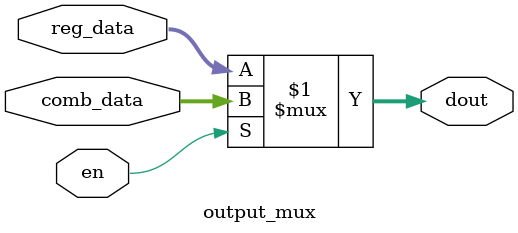
<source format=sv>
module hybrid_timing_shifter (
    input clk, en,
    input [7:0] din,
    input [2:0] shift,
    output [7:0] dout
);
    wire [7:0] reg_stage;
    wire [7:0] comb_stage;
    
    // 实例化各个子模块
    input_register u_input_register (
        .clk(clk),
        .en(en),
        .din(din),
        .reg_out(reg_stage)
    );
    
    shift_operation u_shift_operation (
        .data_in(reg_stage),
        .shift_amount(shift),
        .shifted_data(comb_stage)
    );
    
    output_mux u_output_mux (
        .en(en),
        .comb_data(comb_stage),
        .reg_data(reg_stage),
        .dout(dout)
    );
endmodule

module input_register (
    input clk, en,
    input [7:0] din,
    output reg [7:0] reg_out
);
    always @(posedge clk) 
        if(en) reg_out <= din;
endmodule

module shift_operation #(
    parameter DATA_WIDTH = 8,
    parameter SHIFT_WIDTH = 3
)(
    input [DATA_WIDTH-1:0] data_in,
    input [SHIFT_WIDTH-1:0] shift_amount,
    output [DATA_WIDTH-1:0] shifted_data
);
    assign shifted_data = data_in << shift_amount;
endmodule

module output_mux #(
    parameter DATA_WIDTH = 8
)(
    input en,
    input [DATA_WIDTH-1:0] comb_data,
    input [DATA_WIDTH-1:0] reg_data,
    output [DATA_WIDTH-1:0] dout
);
    assign dout = en ? comb_data : reg_data;
endmodule
</source>
